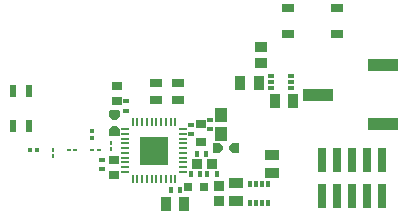
<source format=gtp>
G04*
G04 #@! TF.GenerationSoftware,Altium Limited,Altium Designer,23.5.1 (21)*
G04*
G04 Layer_Color=8421504*
%FSLAX25Y25*%
%MOIN*%
G70*
G04*
G04 #@! TF.SameCoordinates,F3818A2F-99DD-4422-A772-264FF04CB145*
G04*
G04*
G04 #@! TF.FilePolarity,Positive*
G04*
G01*
G75*
%ADD13R,0.02559X0.02756*%
%ADD14R,0.09586X0.09586*%
%ADD15R,0.01181X0.00984*%
%ADD16R,0.02992X0.07992*%
%ADD17R,0.09843X0.03937*%
%ADD18R,0.03985X0.04758*%
%ADD19R,0.04134X0.02559*%
%ADD20R,0.03543X0.03150*%
%ADD21R,0.01968X0.01575*%
%ADD22R,0.01968X0.01476*%
%ADD23R,0.00758X0.02681*%
G04:AMPARAMS|DCode=24|XSize=26.81mil|YSize=7.58mil|CornerRadius=3.79mil|HoleSize=0mil|Usage=FLASHONLY|Rotation=270.000|XOffset=0mil|YOffset=0mil|HoleType=Round|Shape=RoundedRectangle|*
%AMROUNDEDRECTD24*
21,1,0.02681,0.00000,0,0,270.0*
21,1,0.01924,0.00758,0,0,270.0*
1,1,0.00758,0.00000,-0.00962*
1,1,0.00758,0.00000,0.00962*
1,1,0.00758,0.00000,0.00962*
1,1,0.00758,0.00000,-0.00962*
%
%ADD24ROUNDEDRECTD24*%
G04:AMPARAMS|DCode=25|XSize=7.58mil|YSize=26.81mil|CornerRadius=3.79mil|HoleSize=0mil|Usage=FLASHONLY|Rotation=270.000|XOffset=0mil|YOffset=0mil|HoleType=Round|Shape=RoundedRectangle|*
%AMROUNDEDRECTD25*
21,1,0.00758,0.01924,0,0,270.0*
21,1,0.00000,0.02681,0,0,270.0*
1,1,0.00758,-0.00962,0.00000*
1,1,0.00758,-0.00962,0.00000*
1,1,0.00758,0.00962,0.00000*
1,1,0.00758,0.00962,0.00000*
%
%ADD25ROUNDEDRECTD25*%
%ADD26R,0.01394X0.01034*%
%ADD27R,0.01788X0.01428*%
%ADD28R,0.01034X0.01394*%
%ADD29R,0.01428X0.01788*%
%ADD30R,0.03758X0.04969*%
%ADD31R,0.02362X0.03937*%
%ADD32R,0.01575X0.01968*%
%ADD33R,0.03174X0.03379*%
%ADD34R,0.03543X0.03150*%
%ADD35R,0.03937X0.03150*%
%ADD36R,0.03379X0.03174*%
%ADD37R,0.04969X0.03758*%
%ADD38R,0.01181X0.01870*%
%ADD39R,0.03937X0.03543*%
G36*
X116707Y112260D02*
X115619D01*
X114462Y111181D01*
Y109200D01*
X114714Y108948D01*
X117612D01*
X117864Y109200D01*
Y111181D01*
X116707Y112260D01*
D02*
G37*
G36*
X116663Y114291D02*
X115574D01*
X114418Y115370D01*
Y117351D01*
X114670Y117604D01*
X117567D01*
X117819Y117351D01*
Y115370D01*
X116663Y114291D01*
D02*
G37*
G36*
X152360Y104393D02*
Y105481D01*
X151281Y106638D01*
X149300D01*
X149048Y106386D01*
Y103488D01*
X149300Y103236D01*
X151281D01*
X152360Y104393D01*
D02*
G37*
G36*
X154391Y104437D02*
Y105526D01*
X155470Y106682D01*
X157451D01*
X157703Y106430D01*
Y103533D01*
X157451Y103281D01*
X155470D01*
X154391Y104437D01*
D02*
G37*
D13*
X140543Y91900D02*
D03*
X145858D02*
D03*
D14*
X129293Y104035D02*
D03*
D15*
X108760Y104331D02*
D03*
X110926D02*
D03*
D16*
X185400Y88800D02*
D03*
Y100808D02*
D03*
X190400Y88800D02*
D03*
Y100808D02*
D03*
X195400Y88800D02*
D03*
Y100808D02*
D03*
X200400Y88800D02*
D03*
Y100808D02*
D03*
X205400Y88800D02*
D03*
Y100808D02*
D03*
D17*
X205627Y112857D02*
D03*
Y132543D02*
D03*
X183973Y122700D02*
D03*
D18*
X151700Y109443D02*
D03*
Y115757D02*
D03*
D19*
X190169Y142968D02*
D03*
X173831D02*
D03*
X190169Y151432D02*
D03*
X173831D02*
D03*
D20*
X116900Y120639D02*
D03*
Y125561D02*
D03*
X115800Y100886D02*
D03*
Y95965D02*
D03*
D21*
X120100Y120475D02*
D03*
Y117325D02*
D03*
X112000Y100975D02*
D03*
Y97825D02*
D03*
X148100Y111225D02*
D03*
Y114375D02*
D03*
X141600Y112675D02*
D03*
Y109525D02*
D03*
D22*
X174946Y128969D02*
D03*
Y127000D02*
D03*
Y125031D02*
D03*
X168254D02*
D03*
Y127000D02*
D03*
Y128969D02*
D03*
D23*
X136380Y113545D02*
D03*
D24*
X134805D02*
D03*
X133230D02*
D03*
X131656D02*
D03*
X130081D02*
D03*
X126931D02*
D03*
X125356D02*
D03*
X123782D02*
D03*
X122207D02*
D03*
Y94525D02*
D03*
X128506D02*
D03*
X133230D02*
D03*
X134805D02*
D03*
X136380D02*
D03*
X128506Y113545D02*
D03*
X123782Y94525D02*
D03*
X125356D02*
D03*
X126931D02*
D03*
X130081D02*
D03*
X131656D02*
D03*
D25*
X119783Y111122D02*
D03*
Y109547D02*
D03*
Y107973D02*
D03*
Y106398D02*
D03*
Y104823D02*
D03*
Y103248D02*
D03*
Y101673D02*
D03*
Y100098D02*
D03*
Y98524D02*
D03*
Y96949D02*
D03*
X138803D02*
D03*
Y98524D02*
D03*
Y100098D02*
D03*
Y101673D02*
D03*
Y103248D02*
D03*
Y104823D02*
D03*
Y106398D02*
D03*
Y107973D02*
D03*
Y109547D02*
D03*
Y111122D02*
D03*
D26*
X102999Y104331D02*
D03*
X100997D02*
D03*
D27*
X87992D02*
D03*
X90388D02*
D03*
D28*
X114862Y104428D02*
D03*
Y106430D02*
D03*
X95600Y104301D02*
D03*
Y102299D02*
D03*
D29*
X108760Y108251D02*
D03*
Y110647D02*
D03*
D30*
X158046Y126700D02*
D03*
X164154D02*
D03*
X169646Y120600D02*
D03*
X175754D02*
D03*
X139354Y86100D02*
D03*
X133246D02*
D03*
D31*
X87500Y112205D02*
D03*
Y124016D02*
D03*
X82382D02*
D03*
Y112205D02*
D03*
D32*
X134825Y91000D02*
D03*
X137975D02*
D03*
X141625Y96100D02*
D03*
X144775D02*
D03*
X147125D02*
D03*
X150275D02*
D03*
X143525Y102800D02*
D03*
X146675D02*
D03*
D33*
X148465Y99700D02*
D03*
X143535D02*
D03*
D34*
X144900Y112953D02*
D03*
Y107047D02*
D03*
D35*
X130057Y126456D02*
D03*
X137143D02*
D03*
Y120944D02*
D03*
X130057D02*
D03*
D36*
X150900Y87135D02*
D03*
Y92065D02*
D03*
D37*
X168500Y102654D02*
D03*
Y96546D02*
D03*
X156600Y87246D02*
D03*
Y93354D02*
D03*
D38*
X161447Y92999D02*
D03*
X163416D02*
D03*
X165384D02*
D03*
X167353D02*
D03*
Y86401D02*
D03*
X165384D02*
D03*
X163416D02*
D03*
X161447D02*
D03*
D39*
X164900Y138458D02*
D03*
Y133142D02*
D03*
M02*

</source>
